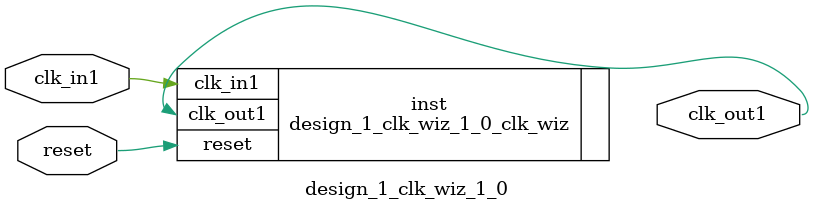
<source format=v>


`timescale 1ps/1ps

(* CORE_GENERATION_INFO = "design_1_clk_wiz_1_0,clk_wiz_v6_0_6_0_0,{component_name=design_1_clk_wiz_1_0,use_phase_alignment=true,use_min_o_jitter=false,use_max_i_jitter=false,use_dyn_phase_shift=false,use_inclk_switchover=false,use_dyn_reconfig=false,enable_axi=0,feedback_source=FDBK_AUTO,PRIMITIVE=MMCM,num_out_clk=1,clkin1_period=10.000,clkin2_period=10.000,use_power_down=false,use_reset=true,use_locked=false,use_inclk_stopped=false,feedback_type=SINGLE,CLOCK_MGR_TYPE=NA,manual_override=false}" *)

module design_1_clk_wiz_1_0 
 (
  // Clock out ports
  output        clk_out1,
  // Status and control signals
  input         reset,
 // Clock in ports
  input         clk_in1
 );

  design_1_clk_wiz_1_0_clk_wiz inst
  (
  // Clock out ports  
  .clk_out1(clk_out1),
  // Status and control signals               
  .reset(reset), 
 // Clock in ports
  .clk_in1(clk_in1)
  );

endmodule

</source>
